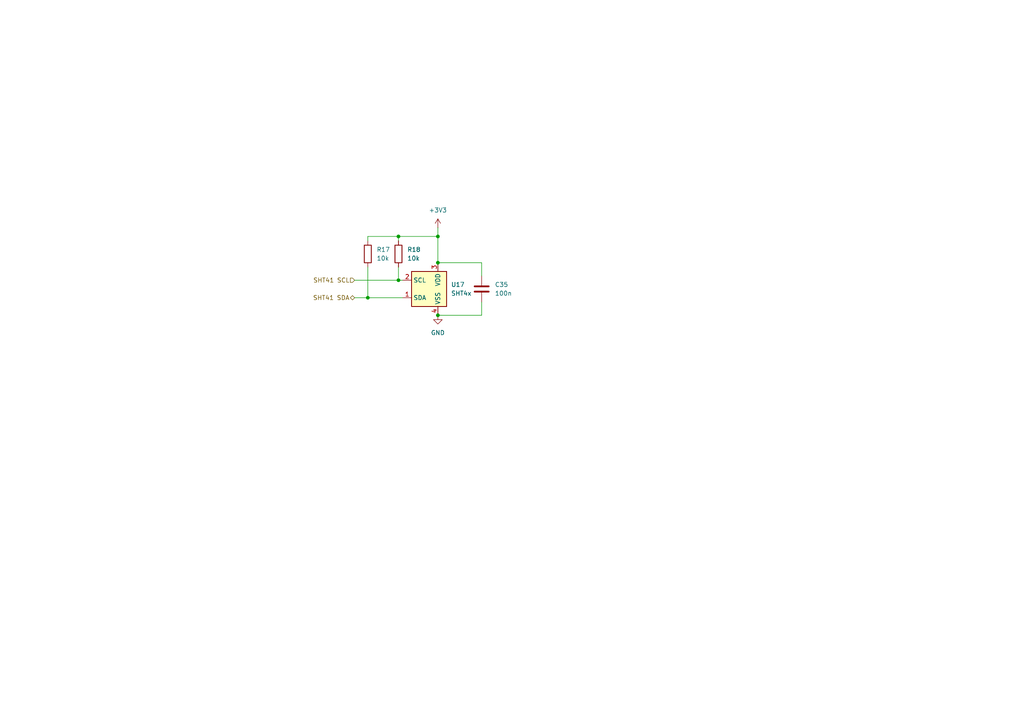
<source format=kicad_sch>
(kicad_sch (version 20250114) (generator "eeschema") (generator_version "9.0")
  (paper "A4")
  (lib_symbols
    (symbol "Device:C" (pin_numbers (hide yes)) (pin_names (offset 0.254))
      (property "Reference" "C" (at 0.635 2.54 0))
      (property "Value" "C" (at 0.635 -2.54 0))
      (symbol "C_0_1"
        (polyline (pts (xy -2.032 0.762) (xy 2.032 0.762)) (stroke (width 0.508)))
        (polyline (pts (xy -2.032 -0.762) (xy 2.032 -0.762)) (stroke (width 0.508)))
      )
      (symbol "C_1_1"
        (pin passive line (at 0 3.81 270) (length 2.794) (name "~") (number "1"))
        (pin passive line (at 0 -3.81 90) (length 2.794) (name "~") (number "2"))
      )
    )
    (symbol "Device:R" (pin_numbers (hide yes)) (pin_names (offset 0))
      (property "Reference" "R" (at 2.032 0 90))
      (property "Value" "R" (at 0 0 90))
      (symbol "R_0_1"
        (rectangle (start -1.016 -2.54) (end 1.016 2.54) (stroke (width 0.254)))
      )
      (symbol "R_1_1"
        (pin passive line (at 0 3.81 270) (length 1.27) (name "~") (number "1"))
        (pin passive line (at 0 -3.81 90) (length 1.27) (name "~") (number "2"))
      )
    )
    (symbol "Sensor_Humidity:SHT4x"
      (property "Reference" "U" (at 0 8.89 0))
      (property "Value" "SHT4x" (at 0 6.35 0))
      (symbol "SHT4x_1_1"
        (rectangle (start -5.08 5.08) (end 5.08 -5.08) (stroke (width 0.254)) (fill (type background)))
        (pin input line (at -7.62 2.54 0) (length 2.54) (name "SCL") (number "2"))
        (pin bidirectional line (at -7.62 -2.54 0) (length 2.54) (name "SDA") (number "1"))
        (pin power_in line (at 2.54 7.62 270) (length 2.54) (name "VDD") (number "3"))
        (pin power_in line (at 2.54 -7.62 90) (length 2.54) (name "VSS") (number "4"))
      )
    )
    (symbol "power:+3V3" (power) (pin_numbers (hide yes)) (pin_names (offset 0) (hide yes))
      (property "Value" "+3V3" (at 0 3.556 0))
      (symbol "+3V3_0_1"
        (polyline (pts (xy -0.762 1.27) (xy 0 2.54)))
        (polyline (pts (xy 0 2.54) (xy 0.762 1.27)))
        (polyline (pts (xy 0 0) (xy 0 2.54)))
      )
      (symbol "+3V3_1_1"
        (pin power_in line (at 0 0 90) (length 0) (name "~") (number "1"))
      )
    )
    (symbol "power:GND" (power) (pin_numbers (hide yes)) (pin_names (offset 0) (hide yes))
      (property "Value" "GND" (at 0 -3.81 0))
      (symbol "GND_0_1"
        (polyline (pts (xy 0 0) (xy 0 -1.27) (xy 1.27 -1.27) (xy 0 -2.54) (xy -1.27 -1.27) (xy 0 -1.27)))
      )
      (symbol "GND_1_1"
        (pin power_in line (at 0 0 270) (length 0) (name "~") (number "1"))
      )
    )
  )
  (junction (at 127 76.2))
  (junction (at 127 91.44))
  (junction (at 106.68 86.36))
  (junction (at 115.57 68.58))
  (junction (at 115.57 81.28))
  (junction (at 127 68.58))
  (wire (pts (xy 106.68 77.47) (xy 106.68 86.36)))
  (wire (pts (xy 127 76.2) (xy 139.7 76.2)))
  (wire (pts (xy 102.87 86.36) (xy 106.68 86.36)))
  (wire (pts (xy 106.68 86.36) (xy 116.84 86.36)))
  (wire (pts (xy 102.87 81.28) (xy 115.57 81.28)))
  (wire (pts (xy 106.68 69.85) (xy 106.68 68.58)))
  (wire (pts (xy 139.7 87.63) (xy 139.7 91.44)))
  (wire (pts (xy 106.68 68.58) (xy 115.57 68.58)))
  (wire (pts (xy 115.57 81.28) (xy 116.84 81.28)))
  (wire (pts (xy 115.57 77.47) (xy 115.57 81.28)))
  (wire (pts (xy 127 66.04) (xy 127 68.58)))
  (wire (pts (xy 139.7 91.44) (xy 127 91.44)))
  (wire (pts (xy 127 68.58) (xy 127 76.2)))
  (wire (pts (xy 115.57 68.58) (xy 115.57 69.85)))
  (wire (pts (xy 115.57 68.58) (xy 127 68.58)))
  (wire (pts (xy 139.7 76.2) (xy 139.7 80.01)))
  (hierarchical_label "SHT41 SCL" (shape input) (at 102.87 81.28 180))
  (hierarchical_label "SHT41 SDA" (shape bidirectional) (at 102.87 86.36 180))
  (symbol (lib_id "power:+3V3") (at 127 66.04 0) (unit 1)
    (property "Reference" "#PWR061" (effects (hide yes)))
    (property "Value" "+3V3" (at 127 60.96 0))
    (property "Description" "Power symbol creates a global label with name \"+3V3\"" (effects (hide yes)))
  )
  (symbol (lib_id "Device:R") (at 115.57 73.66 0) (unit 1)
    (property "Reference" "R18" (at 118.11 72.39 0) (effects (justify left)))
    (property "Value" "10k" (at 118.11 74.93 0) (effects (justify left)))
    (property "Footprint" "Resistor_SMD:R_0603_1608Metric" (effects (hide yes)))
    (property "Description" "Resistor" (effects (hide yes)))
  )
  (symbol (lib_id "Sensor_Humidity:SHT4x") (at 124.46 83.82 0) (unit 1)
    (property "Reference" "U17" (at 130.81 82.55 0) (effects (justify left)))
    (property "Value" "SHT4x" (at 130.81 85.09 0) (effects (justify left)))
    (property "Footprint" "Sensor_Humidity:Sensirion_DFN-4_1.5x1.5mm_P0.8mm_SHT4x_NoCentralPad" (effects (hide yes)))
    (property "Datasheet" "https://sensirion.com/media/documents/33FD6951/624C4357/Datasheet_SHT4x.pdf" (effects (hide yes)))
    (property "Description" "Digital Humidity and Temperature Sensor, ±1%RH, ±0.1°C, I2C, 1.08-3.6V, 16bit, DFN-4" (effects (hide yes)))
  )
  (symbol (lib_id "Device:C") (at 139.7 83.82 0) (unit 1)
    (property "Reference" "C35" (at 143.51 82.55 0) (effects (justify left)))
    (property "Value" "100n" (at 143.51 85.09 0) (effects (justify left)))
    (property "Footprint" "Capacitor_SMD:C_0603_1608Metric" (effects (hide yes)))
    (property "Description" "Unpolarized capacitor" (effects (hide yes)))
  )
  (symbol (lib_id "Device:R") (at 106.68 73.66 0) (unit 1)
    (property "Reference" "R17" (at 109.22 72.39 0) (effects (justify left)))
    (property "Value" "10k" (at 109.22 74.93 0) (effects (justify left)))
    (property "Footprint" "Resistor_SMD:R_0603_1608Metric" (effects (hide yes)))
    (property "Description" "Resistor" (effects (hide yes)))
  )
  (symbol (lib_id "power:GND") (at 127 91.44 0) (unit 1)
    (property "Reference" "#PWR062" (effects (hide yes)))
    (property "Value" "GND" (at 127 96.52 0))
    (property "Description" "Power symbol creates a global label with name \"GND\" , ground" (effects (hide yes)))
  )
)
</source>
